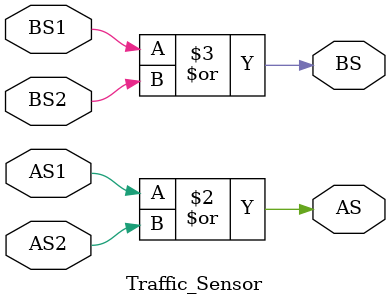
<source format=v>
module Traffic_Sensor(
    input wire AS1, AS2, BS1, BS2,
    output reg AS, BS
);
    always @(*) begin
        AS = AS1 | AS2;
        BS = BS1 | BS2;
    end
endmodule

</source>
